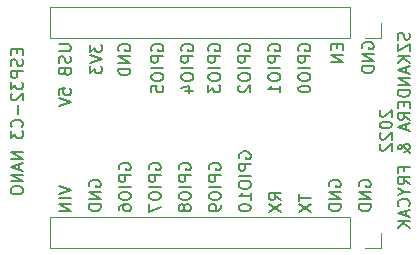
<source format=gbr>
%TF.GenerationSoftware,KiCad,Pcbnew,(6.0.5-0)*%
%TF.CreationDate,2022-07-11T15:01:11+02:00*%
%TF.ProjectId,ESP32-C3_breakout,45535033-322d-4433-935f-627265616b6f,rev?*%
%TF.SameCoordinates,Original*%
%TF.FileFunction,Legend,Bot*%
%TF.FilePolarity,Positive*%
%FSLAX46Y46*%
G04 Gerber Fmt 4.6, Leading zero omitted, Abs format (unit mm)*
G04 Created by KiCad (PCBNEW (6.0.5-0)) date 2022-07-11 15:01:11*
%MOMM*%
%LPD*%
G01*
G04 APERTURE LIST*
%ADD10C,0.150000*%
%ADD11C,0.120000*%
G04 APERTURE END LIST*
D10*
X161100380Y-64854357D02*
X161100380Y-65473404D01*
X161481333Y-65140071D01*
X161481333Y-65282928D01*
X161528952Y-65378166D01*
X161576571Y-65425785D01*
X161671809Y-65473404D01*
X161909904Y-65473404D01*
X162005142Y-65425785D01*
X162052761Y-65378166D01*
X162100380Y-65282928D01*
X162100380Y-64997214D01*
X162052761Y-64901976D01*
X162005142Y-64854357D01*
X161100380Y-65759119D02*
X162100380Y-66092452D01*
X161100380Y-66425785D01*
X161100380Y-66663880D02*
X161100380Y-67282928D01*
X161481333Y-66949595D01*
X161481333Y-67092452D01*
X161528952Y-67187690D01*
X161576571Y-67235309D01*
X161671809Y-67282928D01*
X161909904Y-67282928D01*
X162005142Y-67235309D01*
X162052761Y-67187690D01*
X162100380Y-67092452D01*
X162100380Y-66806738D01*
X162052761Y-66711500D01*
X162005142Y-66663880D01*
X173744000Y-74483833D02*
X173696380Y-74388595D01*
X173696380Y-74245738D01*
X173744000Y-74102880D01*
X173839238Y-74007642D01*
X173934476Y-73960023D01*
X174124952Y-73912404D01*
X174267809Y-73912404D01*
X174458285Y-73960023D01*
X174553523Y-74007642D01*
X174648761Y-74102880D01*
X174696380Y-74245738D01*
X174696380Y-74340976D01*
X174648761Y-74483833D01*
X174601142Y-74531452D01*
X174267809Y-74531452D01*
X174267809Y-74340976D01*
X174696380Y-74960023D02*
X173696380Y-74960023D01*
X173696380Y-75340976D01*
X173744000Y-75436214D01*
X173791619Y-75483833D01*
X173886857Y-75531452D01*
X174029714Y-75531452D01*
X174124952Y-75483833D01*
X174172571Y-75436214D01*
X174220190Y-75340976D01*
X174220190Y-74960023D01*
X174696380Y-75960023D02*
X173696380Y-75960023D01*
X173696380Y-76626690D02*
X173696380Y-76817166D01*
X173744000Y-76912404D01*
X173839238Y-77007642D01*
X174029714Y-77055261D01*
X174363047Y-77055261D01*
X174553523Y-77007642D01*
X174648761Y-76912404D01*
X174696380Y-76817166D01*
X174696380Y-76626690D01*
X174648761Y-76531452D01*
X174553523Y-76436214D01*
X174363047Y-76388595D01*
X174029714Y-76388595D01*
X173839238Y-76436214D01*
X173744000Y-76531452D01*
X173696380Y-76626690D01*
X174696380Y-78007642D02*
X174696380Y-77436214D01*
X174696380Y-77721928D02*
X173696380Y-77721928D01*
X173839238Y-77626690D01*
X173934476Y-77531452D01*
X173982095Y-77436214D01*
X173696380Y-78626690D02*
X173696380Y-78721928D01*
X173744000Y-78817166D01*
X173791619Y-78864785D01*
X173886857Y-78912404D01*
X174077333Y-78960023D01*
X174315428Y-78960023D01*
X174505904Y-78912404D01*
X174601142Y-78864785D01*
X174648761Y-78817166D01*
X174696380Y-78721928D01*
X174696380Y-78626690D01*
X174648761Y-78531452D01*
X174601142Y-78483833D01*
X174505904Y-78436214D01*
X174315428Y-78388595D01*
X174077333Y-78388595D01*
X173886857Y-78436214D01*
X173791619Y-78483833D01*
X173744000Y-78531452D01*
X173696380Y-78626690D01*
X183904000Y-76864785D02*
X183856380Y-76769547D01*
X183856380Y-76626690D01*
X183904000Y-76483833D01*
X183999238Y-76388595D01*
X184094476Y-76340976D01*
X184284952Y-76293357D01*
X184427809Y-76293357D01*
X184618285Y-76340976D01*
X184713523Y-76388595D01*
X184808761Y-76483833D01*
X184856380Y-76626690D01*
X184856380Y-76721928D01*
X184808761Y-76864785D01*
X184761142Y-76912404D01*
X184427809Y-76912404D01*
X184427809Y-76721928D01*
X184856380Y-77340976D02*
X183856380Y-77340976D01*
X184856380Y-77912404D01*
X183856380Y-77912404D01*
X184856380Y-78388595D02*
X183856380Y-78388595D01*
X183856380Y-78626690D01*
X183904000Y-78769547D01*
X183999238Y-78864785D01*
X184094476Y-78912404D01*
X184284952Y-78960023D01*
X184427809Y-78960023D01*
X184618285Y-78912404D01*
X184713523Y-78864785D01*
X184808761Y-78769547D01*
X184856380Y-78626690D01*
X184856380Y-78388595D01*
X171168000Y-65375404D02*
X171120380Y-65280166D01*
X171120380Y-65137309D01*
X171168000Y-64994452D01*
X171263238Y-64899214D01*
X171358476Y-64851595D01*
X171548952Y-64803976D01*
X171691809Y-64803976D01*
X171882285Y-64851595D01*
X171977523Y-64899214D01*
X172072761Y-64994452D01*
X172120380Y-65137309D01*
X172120380Y-65232547D01*
X172072761Y-65375404D01*
X172025142Y-65423023D01*
X171691809Y-65423023D01*
X171691809Y-65232547D01*
X172120380Y-65851595D02*
X171120380Y-65851595D01*
X171120380Y-66232547D01*
X171168000Y-66327785D01*
X171215619Y-66375404D01*
X171310857Y-66423023D01*
X171453714Y-66423023D01*
X171548952Y-66375404D01*
X171596571Y-66327785D01*
X171644190Y-66232547D01*
X171644190Y-65851595D01*
X172120380Y-66851595D02*
X171120380Y-66851595D01*
X171120380Y-67518261D02*
X171120380Y-67708738D01*
X171168000Y-67803976D01*
X171263238Y-67899214D01*
X171453714Y-67946833D01*
X171787047Y-67946833D01*
X171977523Y-67899214D01*
X172072761Y-67803976D01*
X172120380Y-67708738D01*
X172120380Y-67518261D01*
X172072761Y-67423023D01*
X171977523Y-67327785D01*
X171787047Y-67280166D01*
X171453714Y-67280166D01*
X171263238Y-67327785D01*
X171168000Y-67423023D01*
X171120380Y-67518261D01*
X171120380Y-68280166D02*
X171120380Y-68899214D01*
X171501333Y-68565880D01*
X171501333Y-68708738D01*
X171548952Y-68803976D01*
X171596571Y-68851595D01*
X171691809Y-68899214D01*
X171929904Y-68899214D01*
X172025142Y-68851595D01*
X172072761Y-68803976D01*
X172120380Y-68708738D01*
X172120380Y-68423023D01*
X172072761Y-68327785D01*
X172025142Y-68280166D01*
X168882000Y-65375404D02*
X168834380Y-65280166D01*
X168834380Y-65137309D01*
X168882000Y-64994452D01*
X168977238Y-64899214D01*
X169072476Y-64851595D01*
X169262952Y-64803976D01*
X169405809Y-64803976D01*
X169596285Y-64851595D01*
X169691523Y-64899214D01*
X169786761Y-64994452D01*
X169834380Y-65137309D01*
X169834380Y-65232547D01*
X169786761Y-65375404D01*
X169739142Y-65423023D01*
X169405809Y-65423023D01*
X169405809Y-65232547D01*
X169834380Y-65851595D02*
X168834380Y-65851595D01*
X168834380Y-66232547D01*
X168882000Y-66327785D01*
X168929619Y-66375404D01*
X169024857Y-66423023D01*
X169167714Y-66423023D01*
X169262952Y-66375404D01*
X169310571Y-66327785D01*
X169358190Y-66232547D01*
X169358190Y-65851595D01*
X169834380Y-66851595D02*
X168834380Y-66851595D01*
X168834380Y-67518261D02*
X168834380Y-67708738D01*
X168882000Y-67803976D01*
X168977238Y-67899214D01*
X169167714Y-67946833D01*
X169501047Y-67946833D01*
X169691523Y-67899214D01*
X169786761Y-67803976D01*
X169834380Y-67708738D01*
X169834380Y-67518261D01*
X169786761Y-67423023D01*
X169691523Y-67327785D01*
X169501047Y-67280166D01*
X169167714Y-67280166D01*
X168977238Y-67327785D01*
X168882000Y-67423023D01*
X168834380Y-67518261D01*
X169167714Y-68803976D02*
X169834380Y-68803976D01*
X168786761Y-68565880D02*
X169501047Y-68327785D01*
X169501047Y-68946833D01*
X178788000Y-65375404D02*
X178740380Y-65280166D01*
X178740380Y-65137309D01*
X178788000Y-64994452D01*
X178883238Y-64899214D01*
X178978476Y-64851595D01*
X179168952Y-64803976D01*
X179311809Y-64803976D01*
X179502285Y-64851595D01*
X179597523Y-64899214D01*
X179692761Y-64994452D01*
X179740380Y-65137309D01*
X179740380Y-65232547D01*
X179692761Y-65375404D01*
X179645142Y-65423023D01*
X179311809Y-65423023D01*
X179311809Y-65232547D01*
X179740380Y-65851595D02*
X178740380Y-65851595D01*
X178740380Y-66232547D01*
X178788000Y-66327785D01*
X178835619Y-66375404D01*
X178930857Y-66423023D01*
X179073714Y-66423023D01*
X179168952Y-66375404D01*
X179216571Y-66327785D01*
X179264190Y-66232547D01*
X179264190Y-65851595D01*
X179740380Y-66851595D02*
X178740380Y-66851595D01*
X178740380Y-67518261D02*
X178740380Y-67708738D01*
X178788000Y-67803976D01*
X178883238Y-67899214D01*
X179073714Y-67946833D01*
X179407047Y-67946833D01*
X179597523Y-67899214D01*
X179692761Y-67803976D01*
X179740380Y-67708738D01*
X179740380Y-67518261D01*
X179692761Y-67423023D01*
X179597523Y-67327785D01*
X179407047Y-67280166D01*
X179073714Y-67280166D01*
X178883238Y-67327785D01*
X178788000Y-67423023D01*
X178740380Y-67518261D01*
X178740380Y-68565880D02*
X178740380Y-68661119D01*
X178788000Y-68756357D01*
X178835619Y-68803976D01*
X178930857Y-68851595D01*
X179121333Y-68899214D01*
X179359428Y-68899214D01*
X179549904Y-68851595D01*
X179645142Y-68803976D01*
X179692761Y-68756357D01*
X179740380Y-68661119D01*
X179740380Y-68565880D01*
X179692761Y-68470642D01*
X179645142Y-68423023D01*
X179549904Y-68375404D01*
X179359428Y-68327785D01*
X179121333Y-68327785D01*
X178930857Y-68375404D01*
X178835619Y-68423023D01*
X178788000Y-68470642D01*
X178740380Y-68565880D01*
X163584000Y-75436214D02*
X163536380Y-75340976D01*
X163536380Y-75198119D01*
X163584000Y-75055261D01*
X163679238Y-74960023D01*
X163774476Y-74912404D01*
X163964952Y-74864785D01*
X164107809Y-74864785D01*
X164298285Y-74912404D01*
X164393523Y-74960023D01*
X164488761Y-75055261D01*
X164536380Y-75198119D01*
X164536380Y-75293357D01*
X164488761Y-75436214D01*
X164441142Y-75483833D01*
X164107809Y-75483833D01*
X164107809Y-75293357D01*
X164536380Y-75912404D02*
X163536380Y-75912404D01*
X163536380Y-76293357D01*
X163584000Y-76388595D01*
X163631619Y-76436214D01*
X163726857Y-76483833D01*
X163869714Y-76483833D01*
X163964952Y-76436214D01*
X164012571Y-76388595D01*
X164060190Y-76293357D01*
X164060190Y-75912404D01*
X164536380Y-76912404D02*
X163536380Y-76912404D01*
X163536380Y-77579071D02*
X163536380Y-77769547D01*
X163584000Y-77864785D01*
X163679238Y-77960023D01*
X163869714Y-78007642D01*
X164203047Y-78007642D01*
X164393523Y-77960023D01*
X164488761Y-77864785D01*
X164536380Y-77769547D01*
X164536380Y-77579071D01*
X164488761Y-77483833D01*
X164393523Y-77388595D01*
X164203047Y-77340976D01*
X163869714Y-77340976D01*
X163679238Y-77388595D01*
X163584000Y-77483833D01*
X163536380Y-77579071D01*
X163536380Y-78864785D02*
X163536380Y-78674309D01*
X163584000Y-78579071D01*
X163631619Y-78531452D01*
X163774476Y-78436214D01*
X163964952Y-78388595D01*
X164345904Y-78388595D01*
X164441142Y-78436214D01*
X164488761Y-78483833D01*
X164536380Y-78579071D01*
X164536380Y-78769547D01*
X164488761Y-78864785D01*
X164441142Y-78912404D01*
X164345904Y-78960023D01*
X164107809Y-78960023D01*
X164012571Y-78912404D01*
X163964952Y-78864785D01*
X163917333Y-78769547D01*
X163917333Y-78579071D01*
X163964952Y-78483833D01*
X164012571Y-78436214D01*
X164107809Y-78388595D01*
X161044000Y-76864785D02*
X160996380Y-76769547D01*
X160996380Y-76626690D01*
X161044000Y-76483833D01*
X161139238Y-76388595D01*
X161234476Y-76340976D01*
X161424952Y-76293357D01*
X161567809Y-76293357D01*
X161758285Y-76340976D01*
X161853523Y-76388595D01*
X161948761Y-76483833D01*
X161996380Y-76626690D01*
X161996380Y-76721928D01*
X161948761Y-76864785D01*
X161901142Y-76912404D01*
X161567809Y-76912404D01*
X161567809Y-76721928D01*
X161996380Y-77340976D02*
X160996380Y-77340976D01*
X161996380Y-77912404D01*
X160996380Y-77912404D01*
X161996380Y-78388595D02*
X160996380Y-78388595D01*
X160996380Y-78626690D01*
X161044000Y-78769547D01*
X161139238Y-78864785D01*
X161234476Y-78912404D01*
X161424952Y-78960023D01*
X161567809Y-78960023D01*
X161758285Y-78912404D01*
X161853523Y-78864785D01*
X161948761Y-78769547D01*
X161996380Y-78626690D01*
X161996380Y-78388595D01*
X163548000Y-65375404D02*
X163500380Y-65280166D01*
X163500380Y-65137309D01*
X163548000Y-64994452D01*
X163643238Y-64899214D01*
X163738476Y-64851595D01*
X163928952Y-64803976D01*
X164071809Y-64803976D01*
X164262285Y-64851595D01*
X164357523Y-64899214D01*
X164452761Y-64994452D01*
X164500380Y-65137309D01*
X164500380Y-65232547D01*
X164452761Y-65375404D01*
X164405142Y-65423023D01*
X164071809Y-65423023D01*
X164071809Y-65232547D01*
X164500380Y-65851595D02*
X163500380Y-65851595D01*
X164500380Y-66423023D01*
X163500380Y-66423023D01*
X164500380Y-66899214D02*
X163500380Y-66899214D01*
X163500380Y-67137309D01*
X163548000Y-67280166D01*
X163643238Y-67375404D01*
X163738476Y-67423023D01*
X163928952Y-67470642D01*
X164071809Y-67470642D01*
X164262285Y-67423023D01*
X164357523Y-67375404D01*
X164452761Y-67280166D01*
X164500380Y-67137309D01*
X164500380Y-66899214D01*
X176248000Y-65375404D02*
X176200380Y-65280166D01*
X176200380Y-65137309D01*
X176248000Y-64994452D01*
X176343238Y-64899214D01*
X176438476Y-64851595D01*
X176628952Y-64803976D01*
X176771809Y-64803976D01*
X176962285Y-64851595D01*
X177057523Y-64899214D01*
X177152761Y-64994452D01*
X177200380Y-65137309D01*
X177200380Y-65232547D01*
X177152761Y-65375404D01*
X177105142Y-65423023D01*
X176771809Y-65423023D01*
X176771809Y-65232547D01*
X177200380Y-65851595D02*
X176200380Y-65851595D01*
X176200380Y-66232547D01*
X176248000Y-66327785D01*
X176295619Y-66375404D01*
X176390857Y-66423023D01*
X176533714Y-66423023D01*
X176628952Y-66375404D01*
X176676571Y-66327785D01*
X176724190Y-66232547D01*
X176724190Y-65851595D01*
X177200380Y-66851595D02*
X176200380Y-66851595D01*
X176200380Y-67518261D02*
X176200380Y-67708738D01*
X176248000Y-67803976D01*
X176343238Y-67899214D01*
X176533714Y-67946833D01*
X176867047Y-67946833D01*
X177057523Y-67899214D01*
X177152761Y-67803976D01*
X177200380Y-67708738D01*
X177200380Y-67518261D01*
X177152761Y-67423023D01*
X177057523Y-67327785D01*
X176867047Y-67280166D01*
X176533714Y-67280166D01*
X176343238Y-67327785D01*
X176248000Y-67423023D01*
X176200380Y-67518261D01*
X177200380Y-68899214D02*
X177200380Y-68327785D01*
X177200380Y-68613500D02*
X176200380Y-68613500D01*
X176343238Y-68518261D01*
X176438476Y-68423023D01*
X176486095Y-68327785D01*
X185729619Y-70421714D02*
X185682000Y-70469333D01*
X185634380Y-70564571D01*
X185634380Y-70802666D01*
X185682000Y-70897904D01*
X185729619Y-70945523D01*
X185824857Y-70993142D01*
X185920095Y-70993142D01*
X186062952Y-70945523D01*
X186634380Y-70374095D01*
X186634380Y-70993142D01*
X185634380Y-71612190D02*
X185634380Y-71707428D01*
X185682000Y-71802666D01*
X185729619Y-71850285D01*
X185824857Y-71897904D01*
X186015333Y-71945523D01*
X186253428Y-71945523D01*
X186443904Y-71897904D01*
X186539142Y-71850285D01*
X186586761Y-71802666D01*
X186634380Y-71707428D01*
X186634380Y-71612190D01*
X186586761Y-71516952D01*
X186539142Y-71469333D01*
X186443904Y-71421714D01*
X186253428Y-71374095D01*
X186015333Y-71374095D01*
X185824857Y-71421714D01*
X185729619Y-71469333D01*
X185682000Y-71516952D01*
X185634380Y-71612190D01*
X185729619Y-72326476D02*
X185682000Y-72374095D01*
X185634380Y-72469333D01*
X185634380Y-72707428D01*
X185682000Y-72802666D01*
X185729619Y-72850285D01*
X185824857Y-72897904D01*
X185920095Y-72897904D01*
X186062952Y-72850285D01*
X186634380Y-72278857D01*
X186634380Y-72897904D01*
X185729619Y-73278857D02*
X185682000Y-73326476D01*
X185634380Y-73421714D01*
X185634380Y-73659809D01*
X185682000Y-73755047D01*
X185729619Y-73802666D01*
X185824857Y-73850285D01*
X185920095Y-73850285D01*
X186062952Y-73802666D01*
X186634380Y-73231238D01*
X186634380Y-73850285D01*
X184158000Y-65181404D02*
X184110380Y-65086166D01*
X184110380Y-64943309D01*
X184158000Y-64800452D01*
X184253238Y-64705214D01*
X184348476Y-64657595D01*
X184538952Y-64609976D01*
X184681809Y-64609976D01*
X184872285Y-64657595D01*
X184967523Y-64705214D01*
X185062761Y-64800452D01*
X185110380Y-64943309D01*
X185110380Y-65038547D01*
X185062761Y-65181404D01*
X185015142Y-65229023D01*
X184681809Y-65229023D01*
X184681809Y-65038547D01*
X185110380Y-65657595D02*
X184110380Y-65657595D01*
X185110380Y-66229023D01*
X184110380Y-66229023D01*
X185110380Y-66705214D02*
X184110380Y-66705214D01*
X184110380Y-66943309D01*
X184158000Y-67086166D01*
X184253238Y-67181404D01*
X184348476Y-67229023D01*
X184538952Y-67276642D01*
X184681809Y-67276642D01*
X184872285Y-67229023D01*
X184967523Y-67181404D01*
X185062761Y-67086166D01*
X185110380Y-66943309D01*
X185110380Y-66705214D01*
X154868571Y-65254952D02*
X154868571Y-65588285D01*
X155392380Y-65731142D02*
X155392380Y-65254952D01*
X154392380Y-65254952D01*
X154392380Y-65731142D01*
X155344761Y-66112095D02*
X155392380Y-66254952D01*
X155392380Y-66493047D01*
X155344761Y-66588285D01*
X155297142Y-66635904D01*
X155201904Y-66683523D01*
X155106666Y-66683523D01*
X155011428Y-66635904D01*
X154963809Y-66588285D01*
X154916190Y-66493047D01*
X154868571Y-66302571D01*
X154820952Y-66207333D01*
X154773333Y-66159714D01*
X154678095Y-66112095D01*
X154582857Y-66112095D01*
X154487619Y-66159714D01*
X154440000Y-66207333D01*
X154392380Y-66302571D01*
X154392380Y-66540666D01*
X154440000Y-66683523D01*
X155392380Y-67112095D02*
X154392380Y-67112095D01*
X154392380Y-67493047D01*
X154440000Y-67588285D01*
X154487619Y-67635904D01*
X154582857Y-67683523D01*
X154725714Y-67683523D01*
X154820952Y-67635904D01*
X154868571Y-67588285D01*
X154916190Y-67493047D01*
X154916190Y-67112095D01*
X154392380Y-68016857D02*
X154392380Y-68635904D01*
X154773333Y-68302571D01*
X154773333Y-68445428D01*
X154820952Y-68540666D01*
X154868571Y-68588285D01*
X154963809Y-68635904D01*
X155201904Y-68635904D01*
X155297142Y-68588285D01*
X155344761Y-68540666D01*
X155392380Y-68445428D01*
X155392380Y-68159714D01*
X155344761Y-68064476D01*
X155297142Y-68016857D01*
X154487619Y-69016857D02*
X154440000Y-69064476D01*
X154392380Y-69159714D01*
X154392380Y-69397809D01*
X154440000Y-69493047D01*
X154487619Y-69540666D01*
X154582857Y-69588285D01*
X154678095Y-69588285D01*
X154820952Y-69540666D01*
X155392380Y-68969238D01*
X155392380Y-69588285D01*
X155011428Y-70016857D02*
X155011428Y-70778761D01*
X155297142Y-71826380D02*
X155344761Y-71778761D01*
X155392380Y-71635904D01*
X155392380Y-71540666D01*
X155344761Y-71397809D01*
X155249523Y-71302571D01*
X155154285Y-71254952D01*
X154963809Y-71207333D01*
X154820952Y-71207333D01*
X154630476Y-71254952D01*
X154535238Y-71302571D01*
X154440000Y-71397809D01*
X154392380Y-71540666D01*
X154392380Y-71635904D01*
X154440000Y-71778761D01*
X154487619Y-71826380D01*
X154392380Y-72159714D02*
X154392380Y-72778761D01*
X154773333Y-72445428D01*
X154773333Y-72588285D01*
X154820952Y-72683523D01*
X154868571Y-72731142D01*
X154963809Y-72778761D01*
X155201904Y-72778761D01*
X155297142Y-72731142D01*
X155344761Y-72683523D01*
X155392380Y-72588285D01*
X155392380Y-72302571D01*
X155344761Y-72207333D01*
X155297142Y-72159714D01*
X155392380Y-73969238D02*
X154392380Y-73969238D01*
X155392380Y-74540666D01*
X154392380Y-74540666D01*
X155106666Y-74969238D02*
X155106666Y-75445428D01*
X155392380Y-74874000D02*
X154392380Y-75207333D01*
X155392380Y-75540666D01*
X155392380Y-75874000D02*
X154392380Y-75874000D01*
X155392380Y-76445428D01*
X154392380Y-76445428D01*
X154392380Y-77112095D02*
X154392380Y-77302571D01*
X154440000Y-77397809D01*
X154535238Y-77493047D01*
X154725714Y-77540666D01*
X155059047Y-77540666D01*
X155249523Y-77493047D01*
X155344761Y-77397809D01*
X155392380Y-77302571D01*
X155392380Y-77112095D01*
X155344761Y-77016857D01*
X155249523Y-76921619D01*
X155059047Y-76874000D01*
X154725714Y-76874000D01*
X154535238Y-76921619D01*
X154440000Y-77016857D01*
X154392380Y-77112095D01*
X173708000Y-65375404D02*
X173660380Y-65280166D01*
X173660380Y-65137309D01*
X173708000Y-64994452D01*
X173803238Y-64899214D01*
X173898476Y-64851595D01*
X174088952Y-64803976D01*
X174231809Y-64803976D01*
X174422285Y-64851595D01*
X174517523Y-64899214D01*
X174612761Y-64994452D01*
X174660380Y-65137309D01*
X174660380Y-65232547D01*
X174612761Y-65375404D01*
X174565142Y-65423023D01*
X174231809Y-65423023D01*
X174231809Y-65232547D01*
X174660380Y-65851595D02*
X173660380Y-65851595D01*
X173660380Y-66232547D01*
X173708000Y-66327785D01*
X173755619Y-66375404D01*
X173850857Y-66423023D01*
X173993714Y-66423023D01*
X174088952Y-66375404D01*
X174136571Y-66327785D01*
X174184190Y-66232547D01*
X174184190Y-65851595D01*
X174660380Y-66851595D02*
X173660380Y-66851595D01*
X173660380Y-67518261D02*
X173660380Y-67708738D01*
X173708000Y-67803976D01*
X173803238Y-67899214D01*
X173993714Y-67946833D01*
X174327047Y-67946833D01*
X174517523Y-67899214D01*
X174612761Y-67803976D01*
X174660380Y-67708738D01*
X174660380Y-67518261D01*
X174612761Y-67423023D01*
X174517523Y-67327785D01*
X174327047Y-67280166D01*
X173993714Y-67280166D01*
X173803238Y-67327785D01*
X173708000Y-67423023D01*
X173660380Y-67518261D01*
X173755619Y-68327785D02*
X173708000Y-68375404D01*
X173660380Y-68470642D01*
X173660380Y-68708738D01*
X173708000Y-68803976D01*
X173755619Y-68851595D01*
X173850857Y-68899214D01*
X173946095Y-68899214D01*
X174088952Y-68851595D01*
X174660380Y-68280166D01*
X174660380Y-68899214D01*
X171204000Y-75436214D02*
X171156380Y-75340976D01*
X171156380Y-75198119D01*
X171204000Y-75055261D01*
X171299238Y-74960023D01*
X171394476Y-74912404D01*
X171584952Y-74864785D01*
X171727809Y-74864785D01*
X171918285Y-74912404D01*
X172013523Y-74960023D01*
X172108761Y-75055261D01*
X172156380Y-75198119D01*
X172156380Y-75293357D01*
X172108761Y-75436214D01*
X172061142Y-75483833D01*
X171727809Y-75483833D01*
X171727809Y-75293357D01*
X172156380Y-75912404D02*
X171156380Y-75912404D01*
X171156380Y-76293357D01*
X171204000Y-76388595D01*
X171251619Y-76436214D01*
X171346857Y-76483833D01*
X171489714Y-76483833D01*
X171584952Y-76436214D01*
X171632571Y-76388595D01*
X171680190Y-76293357D01*
X171680190Y-75912404D01*
X172156380Y-76912404D02*
X171156380Y-76912404D01*
X171156380Y-77579071D02*
X171156380Y-77769547D01*
X171204000Y-77864785D01*
X171299238Y-77960023D01*
X171489714Y-78007642D01*
X171823047Y-78007642D01*
X172013523Y-77960023D01*
X172108761Y-77864785D01*
X172156380Y-77769547D01*
X172156380Y-77579071D01*
X172108761Y-77483833D01*
X172013523Y-77388595D01*
X171823047Y-77340976D01*
X171489714Y-77340976D01*
X171299238Y-77388595D01*
X171204000Y-77483833D01*
X171156380Y-77579071D01*
X172156380Y-78483833D02*
X172156380Y-78674309D01*
X172108761Y-78769547D01*
X172061142Y-78817166D01*
X171918285Y-78912404D01*
X171727809Y-78960023D01*
X171346857Y-78960023D01*
X171251619Y-78912404D01*
X171204000Y-78864785D01*
X171156380Y-78769547D01*
X171156380Y-78579071D01*
X171204000Y-78483833D01*
X171251619Y-78436214D01*
X171346857Y-78388595D01*
X171584952Y-78388595D01*
X171680190Y-78436214D01*
X171727809Y-78483833D01*
X171775428Y-78579071D01*
X171775428Y-78769547D01*
X171727809Y-78864785D01*
X171680190Y-78912404D01*
X171584952Y-78960023D01*
X166342000Y-65375404D02*
X166294380Y-65280166D01*
X166294380Y-65137309D01*
X166342000Y-64994452D01*
X166437238Y-64899214D01*
X166532476Y-64851595D01*
X166722952Y-64803976D01*
X166865809Y-64803976D01*
X167056285Y-64851595D01*
X167151523Y-64899214D01*
X167246761Y-64994452D01*
X167294380Y-65137309D01*
X167294380Y-65232547D01*
X167246761Y-65375404D01*
X167199142Y-65423023D01*
X166865809Y-65423023D01*
X166865809Y-65232547D01*
X167294380Y-65851595D02*
X166294380Y-65851595D01*
X166294380Y-66232547D01*
X166342000Y-66327785D01*
X166389619Y-66375404D01*
X166484857Y-66423023D01*
X166627714Y-66423023D01*
X166722952Y-66375404D01*
X166770571Y-66327785D01*
X166818190Y-66232547D01*
X166818190Y-65851595D01*
X167294380Y-66851595D02*
X166294380Y-66851595D01*
X166294380Y-67518261D02*
X166294380Y-67708738D01*
X166342000Y-67803976D01*
X166437238Y-67899214D01*
X166627714Y-67946833D01*
X166961047Y-67946833D01*
X167151523Y-67899214D01*
X167246761Y-67803976D01*
X167294380Y-67708738D01*
X167294380Y-67518261D01*
X167246761Y-67423023D01*
X167151523Y-67327785D01*
X166961047Y-67280166D01*
X166627714Y-67280166D01*
X166437238Y-67327785D01*
X166342000Y-67423023D01*
X166294380Y-67518261D01*
X166294380Y-68851595D02*
X166294380Y-68375404D01*
X166770571Y-68327785D01*
X166722952Y-68375404D01*
X166675333Y-68470642D01*
X166675333Y-68708738D01*
X166722952Y-68803976D01*
X166770571Y-68851595D01*
X166865809Y-68899214D01*
X167103904Y-68899214D01*
X167199142Y-68851595D01*
X167246761Y-68803976D01*
X167294380Y-68708738D01*
X167294380Y-68470642D01*
X167246761Y-68375404D01*
X167199142Y-68327785D01*
X158456380Y-76864785D02*
X159456380Y-77198119D01*
X158456380Y-77531452D01*
X159456380Y-77864785D02*
X158456380Y-77864785D01*
X159456380Y-78340976D02*
X158456380Y-78340976D01*
X159456380Y-78912404D01*
X158456380Y-78912404D01*
X178776380Y-77531452D02*
X178776380Y-78102880D01*
X179776380Y-77817166D02*
X178776380Y-77817166D01*
X178776380Y-78340976D02*
X179776380Y-79007642D01*
X178776380Y-79007642D02*
X179776380Y-78340976D01*
X166124000Y-75436214D02*
X166076380Y-75340976D01*
X166076380Y-75198119D01*
X166124000Y-75055261D01*
X166219238Y-74960023D01*
X166314476Y-74912404D01*
X166504952Y-74864785D01*
X166647809Y-74864785D01*
X166838285Y-74912404D01*
X166933523Y-74960023D01*
X167028761Y-75055261D01*
X167076380Y-75198119D01*
X167076380Y-75293357D01*
X167028761Y-75436214D01*
X166981142Y-75483833D01*
X166647809Y-75483833D01*
X166647809Y-75293357D01*
X167076380Y-75912404D02*
X166076380Y-75912404D01*
X166076380Y-76293357D01*
X166124000Y-76388595D01*
X166171619Y-76436214D01*
X166266857Y-76483833D01*
X166409714Y-76483833D01*
X166504952Y-76436214D01*
X166552571Y-76388595D01*
X166600190Y-76293357D01*
X166600190Y-75912404D01*
X167076380Y-76912404D02*
X166076380Y-76912404D01*
X166076380Y-77579071D02*
X166076380Y-77769547D01*
X166124000Y-77864785D01*
X166219238Y-77960023D01*
X166409714Y-78007642D01*
X166743047Y-78007642D01*
X166933523Y-77960023D01*
X167028761Y-77864785D01*
X167076380Y-77769547D01*
X167076380Y-77579071D01*
X167028761Y-77483833D01*
X166933523Y-77388595D01*
X166743047Y-77340976D01*
X166409714Y-77340976D01*
X166219238Y-77388595D01*
X166124000Y-77483833D01*
X166076380Y-77579071D01*
X166076380Y-78340976D02*
X166076380Y-79007642D01*
X167076380Y-78579071D01*
X188110761Y-63874095D02*
X188158380Y-64016952D01*
X188158380Y-64255047D01*
X188110761Y-64350285D01*
X188063142Y-64397904D01*
X187967904Y-64445523D01*
X187872666Y-64445523D01*
X187777428Y-64397904D01*
X187729809Y-64350285D01*
X187682190Y-64255047D01*
X187634571Y-64064571D01*
X187586952Y-63969333D01*
X187539333Y-63921714D01*
X187444095Y-63874095D01*
X187348857Y-63874095D01*
X187253619Y-63921714D01*
X187206000Y-63969333D01*
X187158380Y-64064571D01*
X187158380Y-64302666D01*
X187206000Y-64445523D01*
X187158380Y-64778857D02*
X187158380Y-65445523D01*
X188158380Y-64778857D01*
X188158380Y-65445523D01*
X188158380Y-65826476D02*
X187158380Y-65826476D01*
X188158380Y-66397904D02*
X187586952Y-65969333D01*
X187158380Y-66397904D02*
X187729809Y-65826476D01*
X187872666Y-66778857D02*
X187872666Y-67255047D01*
X188158380Y-66683619D02*
X187158380Y-67016952D01*
X188158380Y-67350285D01*
X188158380Y-67683619D02*
X187158380Y-67683619D01*
X188158380Y-68255047D01*
X187158380Y-68255047D01*
X188158380Y-68731238D02*
X187158380Y-68731238D01*
X187158380Y-68969333D01*
X187206000Y-69112190D01*
X187301238Y-69207428D01*
X187396476Y-69255047D01*
X187586952Y-69302666D01*
X187729809Y-69302666D01*
X187920285Y-69255047D01*
X188015523Y-69207428D01*
X188110761Y-69112190D01*
X188158380Y-68969333D01*
X188158380Y-68731238D01*
X187634571Y-69731238D02*
X187634571Y-70064571D01*
X188158380Y-70207428D02*
X188158380Y-69731238D01*
X187158380Y-69731238D01*
X187158380Y-70207428D01*
X188158380Y-71207428D02*
X187682190Y-70874095D01*
X188158380Y-70636000D02*
X187158380Y-70636000D01*
X187158380Y-71016952D01*
X187206000Y-71112190D01*
X187253619Y-71159809D01*
X187348857Y-71207428D01*
X187491714Y-71207428D01*
X187586952Y-71159809D01*
X187634571Y-71112190D01*
X187682190Y-71016952D01*
X187682190Y-70636000D01*
X187872666Y-71588380D02*
X187872666Y-72064571D01*
X188158380Y-71493142D02*
X187158380Y-71826476D01*
X188158380Y-72159809D01*
X188158380Y-74064571D02*
X188158380Y-74016952D01*
X188110761Y-73921714D01*
X187967904Y-73778857D01*
X187682190Y-73540761D01*
X187539333Y-73445523D01*
X187396476Y-73397904D01*
X187301238Y-73397904D01*
X187206000Y-73445523D01*
X187158380Y-73540761D01*
X187158380Y-73588380D01*
X187206000Y-73683619D01*
X187301238Y-73731238D01*
X187348857Y-73731238D01*
X187444095Y-73683619D01*
X187491714Y-73636000D01*
X187682190Y-73350285D01*
X187729809Y-73302666D01*
X187825047Y-73255047D01*
X187967904Y-73255047D01*
X188063142Y-73302666D01*
X188110761Y-73350285D01*
X188158380Y-73445523D01*
X188158380Y-73588380D01*
X188110761Y-73683619D01*
X188063142Y-73731238D01*
X187872666Y-73874095D01*
X187729809Y-73921714D01*
X187634571Y-73921714D01*
X187634571Y-75588380D02*
X187634571Y-75255047D01*
X188158380Y-75255047D02*
X187158380Y-75255047D01*
X187158380Y-75731238D01*
X188158380Y-76683619D02*
X187682190Y-76350285D01*
X188158380Y-76112190D02*
X187158380Y-76112190D01*
X187158380Y-76493142D01*
X187206000Y-76588380D01*
X187253619Y-76636000D01*
X187348857Y-76683619D01*
X187491714Y-76683619D01*
X187586952Y-76636000D01*
X187634571Y-76588380D01*
X187682190Y-76493142D01*
X187682190Y-76112190D01*
X187682190Y-77302666D02*
X188158380Y-77302666D01*
X187158380Y-76969333D02*
X187682190Y-77302666D01*
X187158380Y-77636000D01*
X188063142Y-78540761D02*
X188110761Y-78493142D01*
X188158380Y-78350285D01*
X188158380Y-78255047D01*
X188110761Y-78112190D01*
X188015523Y-78016952D01*
X187920285Y-77969333D01*
X187729809Y-77921714D01*
X187586952Y-77921714D01*
X187396476Y-77969333D01*
X187301238Y-78016952D01*
X187206000Y-78112190D01*
X187158380Y-78255047D01*
X187158380Y-78350285D01*
X187206000Y-78493142D01*
X187253619Y-78540761D01*
X187872666Y-78921714D02*
X187872666Y-79397904D01*
X188158380Y-78826476D02*
X187158380Y-79159809D01*
X188158380Y-79493142D01*
X188158380Y-79826476D02*
X187158380Y-79826476D01*
X188158380Y-80397904D02*
X187586952Y-79969333D01*
X187158380Y-80397904D02*
X187729809Y-79826476D01*
X177236380Y-78007642D02*
X176760190Y-77674309D01*
X177236380Y-77436214D02*
X176236380Y-77436214D01*
X176236380Y-77817166D01*
X176284000Y-77912404D01*
X176331619Y-77960023D01*
X176426857Y-78007642D01*
X176569714Y-78007642D01*
X176664952Y-77960023D01*
X176712571Y-77912404D01*
X176760190Y-77817166D01*
X176760190Y-77436214D01*
X176236380Y-78340976D02*
X177236380Y-79007642D01*
X176236380Y-79007642D02*
X177236380Y-78340976D01*
X181364000Y-76864785D02*
X181316380Y-76769547D01*
X181316380Y-76626690D01*
X181364000Y-76483833D01*
X181459238Y-76388595D01*
X181554476Y-76340976D01*
X181744952Y-76293357D01*
X181887809Y-76293357D01*
X182078285Y-76340976D01*
X182173523Y-76388595D01*
X182268761Y-76483833D01*
X182316380Y-76626690D01*
X182316380Y-76721928D01*
X182268761Y-76864785D01*
X182221142Y-76912404D01*
X181887809Y-76912404D01*
X181887809Y-76721928D01*
X182316380Y-77340976D02*
X181316380Y-77340976D01*
X182316380Y-77912404D01*
X181316380Y-77912404D01*
X182316380Y-78388595D02*
X181316380Y-78388595D01*
X181316380Y-78626690D01*
X181364000Y-78769547D01*
X181459238Y-78864785D01*
X181554476Y-78912404D01*
X181744952Y-78960023D01*
X181887809Y-78960023D01*
X182078285Y-78912404D01*
X182173523Y-78864785D01*
X182268761Y-78769547D01*
X182316380Y-78626690D01*
X182316380Y-78388595D01*
X168664000Y-75436214D02*
X168616380Y-75340976D01*
X168616380Y-75198119D01*
X168664000Y-75055261D01*
X168759238Y-74960023D01*
X168854476Y-74912404D01*
X169044952Y-74864785D01*
X169187809Y-74864785D01*
X169378285Y-74912404D01*
X169473523Y-74960023D01*
X169568761Y-75055261D01*
X169616380Y-75198119D01*
X169616380Y-75293357D01*
X169568761Y-75436214D01*
X169521142Y-75483833D01*
X169187809Y-75483833D01*
X169187809Y-75293357D01*
X169616380Y-75912404D02*
X168616380Y-75912404D01*
X168616380Y-76293357D01*
X168664000Y-76388595D01*
X168711619Y-76436214D01*
X168806857Y-76483833D01*
X168949714Y-76483833D01*
X169044952Y-76436214D01*
X169092571Y-76388595D01*
X169140190Y-76293357D01*
X169140190Y-75912404D01*
X169616380Y-76912404D02*
X168616380Y-76912404D01*
X168616380Y-77579071D02*
X168616380Y-77769547D01*
X168664000Y-77864785D01*
X168759238Y-77960023D01*
X168949714Y-78007642D01*
X169283047Y-78007642D01*
X169473523Y-77960023D01*
X169568761Y-77864785D01*
X169616380Y-77769547D01*
X169616380Y-77579071D01*
X169568761Y-77483833D01*
X169473523Y-77388595D01*
X169283047Y-77340976D01*
X168949714Y-77340976D01*
X168759238Y-77388595D01*
X168664000Y-77483833D01*
X168616380Y-77579071D01*
X169044952Y-78579071D02*
X168997333Y-78483833D01*
X168949714Y-78436214D01*
X168854476Y-78388595D01*
X168806857Y-78388595D01*
X168711619Y-78436214D01*
X168664000Y-78483833D01*
X168616380Y-78579071D01*
X168616380Y-78769547D01*
X168664000Y-78864785D01*
X168711619Y-78912404D01*
X168806857Y-78960023D01*
X168854476Y-78960023D01*
X168949714Y-78912404D01*
X168997333Y-78864785D01*
X169044952Y-78769547D01*
X169044952Y-78579071D01*
X169092571Y-78483833D01*
X169140190Y-78436214D01*
X169235428Y-78388595D01*
X169425904Y-78388595D01*
X169521142Y-78436214D01*
X169568761Y-78483833D01*
X169616380Y-78579071D01*
X169616380Y-78769547D01*
X169568761Y-78864785D01*
X169521142Y-78912404D01*
X169425904Y-78960023D01*
X169235428Y-78960023D01*
X169140190Y-78912404D01*
X169092571Y-78864785D01*
X169044952Y-78769547D01*
X182010571Y-64851595D02*
X182010571Y-65184928D01*
X182534380Y-65327785D02*
X182534380Y-64851595D01*
X181534380Y-64851595D01*
X181534380Y-65327785D01*
X182534380Y-65756357D02*
X181534380Y-65756357D01*
X182534380Y-66327785D01*
X181534380Y-66327785D01*
X158456380Y-64851595D02*
X159265904Y-64851595D01*
X159361142Y-64899214D01*
X159408761Y-64946833D01*
X159456380Y-65042071D01*
X159456380Y-65232547D01*
X159408761Y-65327785D01*
X159361142Y-65375404D01*
X159265904Y-65423023D01*
X158456380Y-65423023D01*
X159408761Y-65851595D02*
X159456380Y-65994452D01*
X159456380Y-66232547D01*
X159408761Y-66327785D01*
X159361142Y-66375404D01*
X159265904Y-66423023D01*
X159170666Y-66423023D01*
X159075428Y-66375404D01*
X159027809Y-66327785D01*
X158980190Y-66232547D01*
X158932571Y-66042071D01*
X158884952Y-65946833D01*
X158837333Y-65899214D01*
X158742095Y-65851595D01*
X158646857Y-65851595D01*
X158551619Y-65899214D01*
X158504000Y-65946833D01*
X158456380Y-66042071D01*
X158456380Y-66280166D01*
X158504000Y-66423023D01*
X158932571Y-67184928D02*
X158980190Y-67327785D01*
X159027809Y-67375404D01*
X159123047Y-67423023D01*
X159265904Y-67423023D01*
X159361142Y-67375404D01*
X159408761Y-67327785D01*
X159456380Y-67232547D01*
X159456380Y-66851595D01*
X158456380Y-66851595D01*
X158456380Y-67184928D01*
X158504000Y-67280166D01*
X158551619Y-67327785D01*
X158646857Y-67375404D01*
X158742095Y-67375404D01*
X158837333Y-67327785D01*
X158884952Y-67280166D01*
X158932571Y-67184928D01*
X158932571Y-66851595D01*
X158456380Y-69089690D02*
X158456380Y-68613500D01*
X158932571Y-68565880D01*
X158884952Y-68613500D01*
X158837333Y-68708738D01*
X158837333Y-68946833D01*
X158884952Y-69042071D01*
X158932571Y-69089690D01*
X159027809Y-69137309D01*
X159265904Y-69137309D01*
X159361142Y-69089690D01*
X159408761Y-69042071D01*
X159456380Y-68946833D01*
X159456380Y-68708738D01*
X159408761Y-68613500D01*
X159361142Y-68565880D01*
X158456380Y-69423023D02*
X159456380Y-69756357D01*
X158456380Y-70089690D01*
D11*
%TO.C,J3*%
X184404000Y-64322000D02*
X185734000Y-64322000D01*
X183134000Y-61662000D02*
X157674000Y-61662000D01*
X157674000Y-64322000D02*
X157674000Y-61662000D01*
X183134000Y-64322000D02*
X183134000Y-61662000D01*
X185734000Y-64322000D02*
X185734000Y-62992000D01*
X183134000Y-64322000D02*
X157674000Y-64322000D01*
%TO.C,J2*%
X183134000Y-79442000D02*
X157674000Y-79442000D01*
X184404000Y-82102000D02*
X185734000Y-82102000D01*
X183134000Y-82102000D02*
X157674000Y-82102000D01*
X157674000Y-82102000D02*
X157674000Y-79442000D01*
X185734000Y-82102000D02*
X185734000Y-80772000D01*
X183134000Y-82102000D02*
X183134000Y-79442000D01*
%TD*%
M02*

</source>
